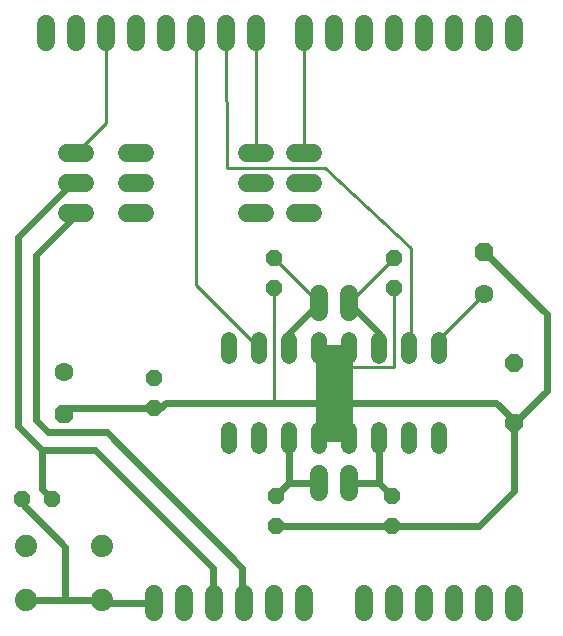
<source format=gbl>
G75*
G70*
%OFA0B0*%
%FSLAX24Y24*%
%IPPOS*%
%LPD*%
%AMOC8*
5,1,8,0,0,1.08239X$1,22.5*
%
%ADD10R,0.1063X0.2953*%
%ADD11C,0.0600*%
%ADD12OC8,0.0520*%
%ADD13OC8,0.0630*%
%ADD14C,0.0630*%
%ADD15C,0.0520*%
%ADD16OC8,0.0600*%
%ADD17C,0.0740*%
%ADD18C,0.0240*%
%ADD19C,0.0100*%
D10*
X011790Y008124D03*
D11*
X011294Y010851D02*
X011294Y011451D01*
X012294Y011451D02*
X012294Y010851D01*
X011094Y014151D02*
X010494Y014151D01*
X010494Y015151D02*
X011094Y015151D01*
X011094Y016151D02*
X010494Y016151D01*
X009494Y016151D02*
X008894Y016151D01*
X008894Y015151D02*
X009494Y015151D01*
X009494Y014151D02*
X008894Y014151D01*
X005494Y014151D02*
X004894Y014151D01*
X004894Y015151D02*
X005494Y015151D01*
X005494Y016151D02*
X004894Y016151D01*
X003494Y016151D02*
X002894Y016151D01*
X002894Y015151D02*
X003494Y015151D01*
X003494Y014151D02*
X002894Y014151D01*
X003194Y019851D02*
X003194Y020451D01*
X004194Y020451D02*
X004194Y019851D01*
X005194Y019851D02*
X005194Y020451D01*
X006194Y020451D02*
X006194Y019851D01*
X007194Y019851D02*
X007194Y020451D01*
X008194Y020451D02*
X008194Y019851D01*
X009194Y019851D02*
X009194Y020451D01*
X010794Y020451D02*
X010794Y019851D01*
X011794Y019851D02*
X011794Y020451D01*
X012794Y020451D02*
X012794Y019851D01*
X013794Y019851D02*
X013794Y020451D01*
X014794Y020451D02*
X014794Y019851D01*
X015794Y019851D02*
X015794Y020451D01*
X016794Y020451D02*
X016794Y019851D01*
X017794Y019851D02*
X017794Y020451D01*
X012294Y005451D02*
X012294Y004851D01*
X011294Y004851D02*
X011294Y005451D01*
X010794Y001451D02*
X010794Y000851D01*
X009794Y000851D02*
X009794Y001451D01*
X008794Y001451D02*
X008794Y000851D01*
X007794Y000851D02*
X007794Y001451D01*
X006794Y001451D02*
X006794Y000851D01*
X005794Y000851D02*
X005794Y001451D01*
X012794Y001451D02*
X012794Y000851D01*
X013794Y000851D02*
X013794Y001451D01*
X014794Y001451D02*
X014794Y000851D01*
X015794Y000851D02*
X015794Y001451D01*
X016794Y001451D02*
X016794Y000851D01*
X017794Y000851D02*
X017794Y001451D01*
X002194Y019851D02*
X002194Y020451D01*
D12*
X009794Y012651D03*
X009794Y011651D03*
X013794Y011651D03*
X013794Y012651D03*
X013723Y004722D03*
X013723Y003722D03*
X009849Y003722D03*
X009849Y004722D03*
X005794Y007651D03*
X005794Y008651D03*
X002388Y004616D03*
X001388Y004616D03*
D13*
X002794Y007451D03*
X016794Y012851D03*
D14*
X016794Y011451D03*
X002794Y008851D03*
D15*
X008294Y009391D02*
X008294Y009911D01*
X009294Y009911D02*
X009294Y009391D01*
X010294Y009391D02*
X010294Y009911D01*
X011294Y009911D02*
X011294Y009391D01*
X012294Y009391D02*
X012294Y009911D01*
X013294Y009911D02*
X013294Y009391D01*
X014294Y009391D02*
X014294Y009911D01*
X015294Y009911D02*
X015294Y009391D01*
X015294Y006911D02*
X015294Y006391D01*
X014294Y006391D02*
X014294Y006911D01*
X013294Y006911D02*
X013294Y006391D01*
X012294Y006391D02*
X012294Y006911D01*
X011294Y006911D02*
X011294Y006391D01*
X010294Y006391D02*
X010294Y006911D01*
X009294Y006911D02*
X009294Y006391D01*
X008294Y006391D02*
X008294Y006911D01*
D16*
X017794Y007151D03*
X017794Y009151D03*
D17*
X001514Y001261D03*
X001514Y003041D03*
X004074Y003041D03*
X004074Y001261D03*
D18*
X002872Y001261D01*
X002833Y001301D01*
X002833Y003025D01*
X001388Y004470D01*
X001388Y004616D01*
X002046Y004958D02*
X002046Y006254D01*
X001258Y007041D01*
X001258Y013340D01*
X003069Y015151D01*
X003194Y015151D01*
X003194Y014151D02*
X003194Y014094D01*
X001849Y012750D01*
X001849Y007238D01*
X002243Y006844D01*
X004211Y006844D01*
X008739Y002317D01*
X008739Y001151D01*
X008794Y001151D01*
X007794Y001151D02*
X007754Y001191D01*
X007754Y002317D01*
X003817Y006254D01*
X002046Y006254D01*
X002794Y007451D02*
X002994Y007651D01*
X005794Y007651D01*
X006002Y007651D01*
X006180Y007828D01*
X009794Y007828D01*
X011298Y007828D01*
X011294Y009651D01*
X012294Y009651D01*
X012282Y009797D02*
X012282Y009011D01*
X012282Y007828D01*
X012282Y006663D01*
X012294Y006651D01*
X012294Y007828D01*
X017203Y007828D01*
X011298Y007828D01*
X011298Y006651D01*
X012294Y006651D01*
X013294Y006651D02*
X013294Y005151D01*
X012294Y005151D01*
X013294Y005151D02*
X013723Y004722D01*
X013723Y003722D02*
X016640Y003722D01*
X017794Y004876D01*
X017794Y007139D01*
X018876Y008222D01*
X018876Y010781D01*
X016809Y012848D01*
X013294Y010151D02*
X013294Y009651D01*
X013294Y010151D02*
X012294Y011151D01*
X011294Y011151D02*
X010294Y010151D01*
X010294Y009651D01*
X011298Y007828D02*
X011294Y006651D01*
X010294Y006651D02*
X010294Y005167D01*
X010309Y005151D01*
X011294Y005151D01*
X010294Y005167D02*
X009849Y004722D01*
X009849Y003722D02*
X013723Y003722D01*
X012294Y007828D02*
X012282Y007828D01*
X017203Y007828D02*
X017794Y007238D01*
X017794Y007151D01*
X017794Y007139D02*
X017794Y007238D01*
X017203Y007828D01*
X005794Y001151D02*
X004184Y001151D01*
X002872Y001261D02*
X001514Y001261D01*
X002388Y004616D02*
X002046Y004958D01*
D19*
X007194Y011751D02*
X007194Y020151D01*
X008194Y020151D02*
X008233Y015652D01*
X011490Y015652D01*
X014371Y012969D01*
X014371Y009811D01*
X014294Y009651D01*
X013794Y009011D02*
X012282Y009011D01*
X013794Y009011D02*
X013794Y011651D01*
X013794Y012651D02*
X012294Y011151D01*
X011294Y011151D02*
X009794Y012651D01*
X009794Y011651D02*
X009794Y007828D01*
X009294Y009651D02*
X007194Y011751D01*
X003194Y014151D02*
X002354Y013311D01*
X003194Y016151D02*
X004194Y017151D01*
X004194Y020151D01*
X009194Y020151D02*
X009194Y016151D01*
X010794Y016151D02*
X010794Y020151D01*
X016794Y011451D02*
X015294Y009951D01*
X015294Y009651D01*
M02*

</source>
